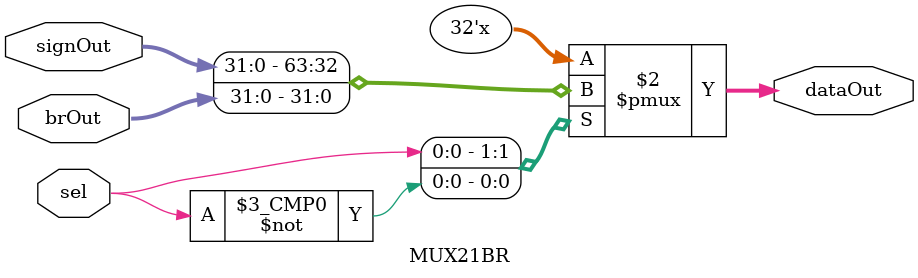
<source format=v>
`timescale 1ns/1ns
module MUX21BR(
input [31:0] signOut,brOut,
input sel,
output reg [31:0] dataOut
);

always @(*)
begin
	case(sel)
		1'b1:
		begin
			dataOut = signOut;
		end
		1'b0:
		begin
			dataOut = brOut;
		end
	endcase
end
endmodule

</source>
